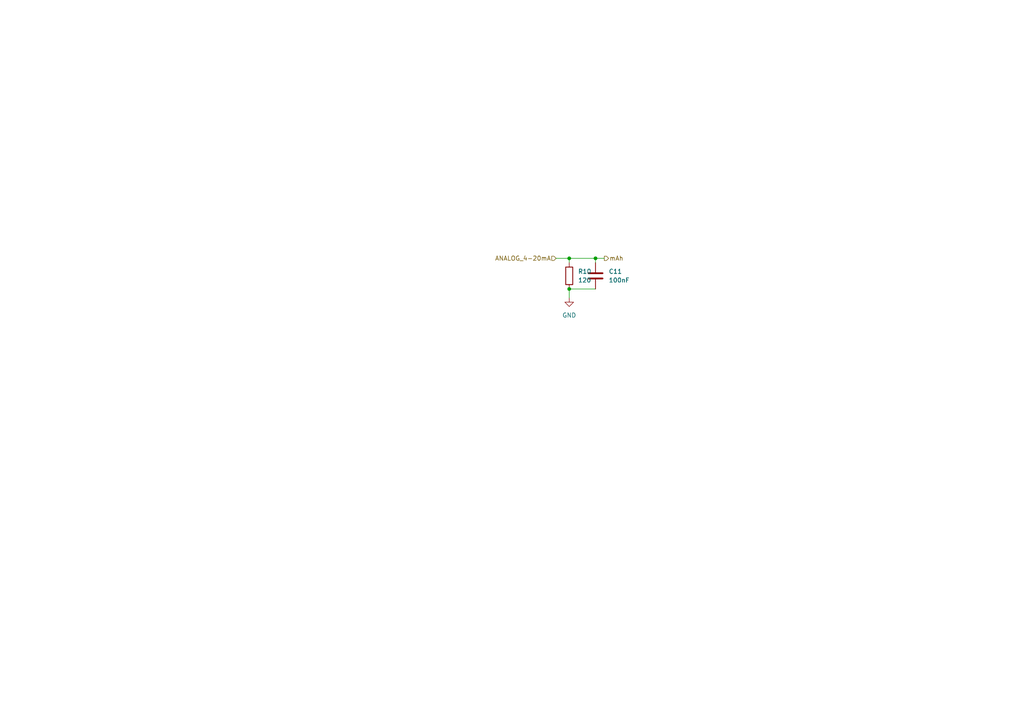
<source format=kicad_sch>
(kicad_sch (version 20250114) (generator "eeschema") (generator_version "9.0")
  (paper "A4")
  (lib_symbols
    (symbol "Device:C" (pin_numbers (hide yes)) (pin_names (offset 0.254))
      (property "Reference" "C" (at 0.635 2.54 0))
      (property "Value" "C" (at 0.635 -2.54 0))
      (symbol "C_0_1"
        (polyline (pts (xy -2.032 0.762) (xy 2.032 0.762)) (stroke (width 0.508)))
        (polyline (pts (xy -2.032 -0.762) (xy 2.032 -0.762)) (stroke (width 0.508)))
      )
      (symbol "C_1_1"
        (pin passive line (at 0 3.81 270) (length 2.794) (name "~") (number "1"))
        (pin passive line (at 0 -3.81 90) (length 2.794) (name "~") (number "2"))
      )
    )
    (symbol "Device:R" (pin_numbers (hide yes)) (pin_names (offset 0))
      (property "Reference" "R" (at 2.032 0 90))
      (property "Value" "R" (at 0 0 90))
      (symbol "R_0_1"
        (rectangle (start -1.016 -2.54) (end 1.016 2.54) (stroke (width 0.254)))
      )
      (symbol "R_1_1"
        (pin passive line (at 0 3.81 270) (length 1.27) (name "~") (number "1"))
        (pin passive line (at 0 -3.81 90) (length 1.27) (name "~") (number "2"))
      )
    )
    (symbol "power:GND" (power) (pin_numbers (hide yes)) (pin_names (offset 0) (hide yes))
      (property "Value" "GND" (at 0 -3.81 0))
      (symbol "GND_0_1"
        (polyline (pts (xy 0 0) (xy 0 -1.27) (xy 1.27 -1.27) (xy 0 -2.54) (xy -1.27 -1.27) (xy 0 -1.27)))
      )
      (symbol "GND_1_1"
        (pin power_in line (at 0 0 270) (length 0) (name "~") (number "1"))
      )
    )
  )
  (junction (at 172.72 74.93))
  (junction (at 165.1 83.82))
  (junction (at 165.1 74.93))
  (wire (pts (xy 172.72 74.93) (xy 175.26 74.93)))
  (wire (pts (xy 165.1 83.82) (xy 165.1 86.36)))
  (wire (pts (xy 165.1 74.93) (xy 172.72 74.93)))
  (wire (pts (xy 165.1 74.93) (xy 165.1 76.2)))
  (wire (pts (xy 161.29 74.93) (xy 165.1 74.93)))
  (wire (pts (xy 165.1 83.82) (xy 172.72 83.82)))
  (wire (pts (xy 172.72 74.93) (xy 172.72 76.2)))
  (hierarchical_label "ANALOG_4-20mA" (shape input) (at 161.29 74.93 180))
  (hierarchical_label "mAh" (shape output) (at 175.26 74.93 0))
  (symbol (lib_id "Device:R") (at 165.1 80.01 180) (unit 1)
    (property "Reference" "R10" (at 167.64 78.7399 0) (effects (justify right)))
    (property "Value" "120" (at 167.64 81.2799 0) (effects (justify right)))
    (property "Description" "Resistor" (effects (hide yes)))
    (property "Tolerance" "0.1-1%" (effects (hide yes)))
  )
  (symbol (lib_id "Device:C") (at 172.72 80.01 0) (unit 1)
    (property "Reference" "C11" (at 176.53 78.7399 0) (effects (justify left)))
    (property "Value" "100nF" (at 176.53 81.2799 0) (effects (justify left)))
    (property "Description" "Unpolarized capacitor" (effects (hide yes)))
  )
  (symbol (lib_id "power:GND") (at 165.1 86.36 0) (unit 1)
    (property "Reference" "#PWR029" (effects (hide yes)))
    (property "Value" "GND" (at 165.1 91.44 0))
    (property "Description" "Power symbol creates a global label with name \"GND\" , ground" (effects (hide yes)))
  )
)
</source>
